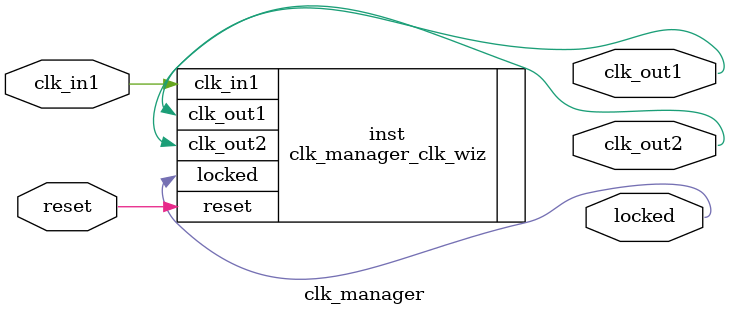
<source format=v>


`timescale 1ps/1ps

(* CORE_GENERATION_INFO = "clk_manager,clk_wiz_v5_3_1,{component_name=clk_manager,use_phase_alignment=true,use_min_o_jitter=false,use_max_i_jitter=false,use_dyn_phase_shift=false,use_inclk_switchover=false,use_dyn_reconfig=false,enable_axi=0,feedback_source=FDBK_AUTO,PRIMITIVE=MMCM,num_out_clk=2,clkin1_period=10.0,clkin2_period=10.0,use_power_down=false,use_reset=true,use_locked=true,use_inclk_stopped=false,feedback_type=SINGLE,CLOCK_MGR_TYPE=NA,manual_override=false}" *)

module clk_manager 
 (
 // Clock in ports
  input         clk_in1,
  // Clock out ports
  output        clk_out1,
  output        clk_out2,
  // Status and control signals
  input         reset,
  output        locked
 );

  clk_manager_clk_wiz inst
  (
 // Clock in ports
  .clk_in1(clk_in1),
  // Clock out ports  
  .clk_out1(clk_out1),
  .clk_out2(clk_out2),
  // Status and control signals               
  .reset(reset), 
  .locked(locked)            
  );

endmodule

</source>
